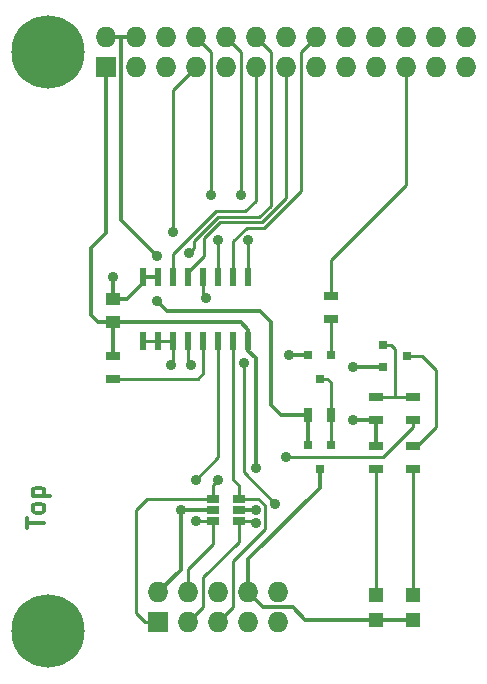
<source format=gtl>
G04 #@! TF.FileFunction,Copper,L1,Top,Signal*
%FSLAX46Y46*%
G04 Gerber Fmt 4.6, Leading zero omitted, Abs format (unit mm)*
G04 Created by KiCad (PCBNEW 4.0.5) date 04/15/17 13:19:52*
%MOMM*%
%LPD*%
G01*
G04 APERTURE LIST*
%ADD10C,0.100000*%
%ADD11C,0.300000*%
%ADD12R,1.727200X1.727200*%
%ADD13O,1.727200X1.727200*%
%ADD14R,1.300000X0.700000*%
%ADD15C,6.200000*%
%ADD16R,0.800100X0.800100*%
%ADD17R,0.600000X1.500000*%
%ADD18R,1.198880X1.198880*%
%ADD19R,0.700000X1.300000*%
%ADD20R,1.250000X1.000000*%
%ADD21R,1.060000X0.650000*%
%ADD22C,0.889000*%
%ADD23C,0.304800*%
%ADD24C,0.254000*%
G04 APERTURE END LIST*
D10*
D11*
X30678571Y-65785714D02*
X30678571Y-64928571D01*
X32178571Y-65357142D02*
X30678571Y-65357142D01*
X32178571Y-64214285D02*
X32107143Y-64357143D01*
X32035714Y-64428571D01*
X31892857Y-64500000D01*
X31464286Y-64500000D01*
X31321429Y-64428571D01*
X31250000Y-64357143D01*
X31178571Y-64214285D01*
X31178571Y-64000000D01*
X31250000Y-63857143D01*
X31321429Y-63785714D01*
X31464286Y-63714285D01*
X31892857Y-63714285D01*
X32035714Y-63785714D01*
X32107143Y-63857143D01*
X32178571Y-64000000D01*
X32178571Y-64214285D01*
X31178571Y-63071428D02*
X32678571Y-63071428D01*
X31250000Y-63071428D02*
X31178571Y-62928571D01*
X31178571Y-62642857D01*
X31250000Y-62500000D01*
X31321429Y-62428571D01*
X31464286Y-62357142D01*
X31892857Y-62357142D01*
X32035714Y-62428571D01*
X32107143Y-62500000D01*
X32178571Y-62642857D01*
X32178571Y-62928571D01*
X32107143Y-63071428D01*
D12*
X41815000Y-73760000D03*
D13*
X41815000Y-71220000D03*
X44355000Y-73760000D03*
X44355000Y-71220000D03*
X46895000Y-73760000D03*
X46895000Y-71220000D03*
X49435000Y-73760000D03*
X49435000Y-71220000D03*
X51975000Y-73760000D03*
X51975000Y-71220000D03*
D14*
X63405000Y-56615000D03*
X63405000Y-54715000D03*
D15*
X32500000Y-74500000D03*
D16*
X56420000Y-51154000D03*
X54520000Y-51154000D03*
X55470000Y-53152980D03*
X56420000Y-58774000D03*
X54520000Y-58774000D03*
X55470000Y-60772980D03*
D17*
X49435000Y-44550000D03*
X48165000Y-44550000D03*
X46895000Y-44550000D03*
X45625000Y-44550000D03*
X44355000Y-44550000D03*
X43085000Y-44550000D03*
X41815000Y-44550000D03*
X40545000Y-44550000D03*
X40545000Y-49950000D03*
X41815000Y-49950000D03*
X43085000Y-49950000D03*
X44355000Y-49950000D03*
X45625000Y-49950000D03*
X46895000Y-49950000D03*
X48165000Y-49950000D03*
X49435000Y-49950000D03*
D14*
X56420000Y-48040000D03*
X56420000Y-46140000D03*
D16*
X60865000Y-50270000D03*
X60865000Y-52170000D03*
X62863980Y-51220000D03*
D18*
X60230000Y-73539020D03*
X60230000Y-71440980D03*
X63405000Y-73539020D03*
X63405000Y-71440980D03*
D12*
X37370000Y-26770000D03*
D13*
X37370000Y-24230000D03*
X39910000Y-26770000D03*
X39910000Y-24230000D03*
X42450000Y-26770000D03*
X42450000Y-24230000D03*
X44990000Y-26770000D03*
X44990000Y-24230000D03*
X47530000Y-26770000D03*
X47530000Y-24230000D03*
X50070000Y-26770000D03*
X50070000Y-24230000D03*
X52610000Y-26770000D03*
X52610000Y-24230000D03*
X55150000Y-26770000D03*
X55150000Y-24230000D03*
X57690000Y-26770000D03*
X57690000Y-24230000D03*
X60230000Y-26770000D03*
X60230000Y-24230000D03*
X62770000Y-26770000D03*
X62770000Y-24230000D03*
X65310000Y-26770000D03*
X65310000Y-24230000D03*
X67850000Y-26770000D03*
X67850000Y-24230000D03*
D19*
X56415000Y-56234000D03*
X54515000Y-56234000D03*
D14*
X60230000Y-60740000D03*
X60230000Y-58840000D03*
X38005000Y-51220000D03*
X38005000Y-53120000D03*
X60230000Y-54715000D03*
X60230000Y-56615000D03*
X63405000Y-60740000D03*
X63405000Y-58840000D03*
D20*
X38005000Y-48360000D03*
X38005000Y-46360000D03*
D15*
X32500000Y-25500000D03*
D21*
X46430000Y-63285000D03*
X46430000Y-64235000D03*
X46430000Y-65185000D03*
X48630000Y-65185000D03*
X48630000Y-63285000D03*
X48630000Y-64235000D03*
D22*
X50071313Y-60681935D03*
X50070000Y-64235000D03*
X52894832Y-51154000D03*
X58325000Y-52170000D03*
X58325000Y-56615000D03*
X43720000Y-64235000D03*
X38005000Y-44550000D03*
X46264380Y-37565380D03*
X46895000Y-41375000D03*
X48804380Y-37565380D03*
X49435000Y-41375000D03*
X42888831Y-51952407D03*
X43053044Y-40748634D03*
X44567017Y-51982482D03*
X44405452Y-42469854D03*
X52603118Y-59791841D03*
X46895000Y-61695000D03*
X51721000Y-63727000D03*
X45819380Y-46292575D03*
X49053579Y-51788579D03*
X50070000Y-65378000D03*
X44993551Y-65183722D03*
X44990000Y-61695000D03*
X41700000Y-42780000D03*
X41700000Y-46590000D03*
D23*
X36104380Y-42025620D02*
X37370000Y-40760000D01*
X36104380Y-47724620D02*
X36104380Y-42025620D01*
X36739760Y-48360000D02*
X36104380Y-47724620D01*
X38005000Y-48360000D02*
X36739760Y-48360000D01*
X38005000Y-48360000D02*
X37825917Y-48360000D01*
X37370000Y-40760000D02*
X37370000Y-26770000D01*
X49435000Y-49950000D02*
X49435000Y-50776668D01*
X49435000Y-50776668D02*
X50071313Y-51412981D01*
X50071313Y-51412981D02*
X50071313Y-60681935D01*
X38005000Y-48360000D02*
X48826754Y-48360000D01*
X48826754Y-48360000D02*
X49435000Y-48968246D01*
X49435000Y-48968246D02*
X49435000Y-49950000D01*
X48630000Y-64235000D02*
X50070000Y-64235000D01*
X38005000Y-51220000D02*
X38005000Y-48360000D01*
X43720000Y-64235000D02*
X43720000Y-69315000D01*
X43720000Y-69315000D02*
X41815000Y-71220000D01*
X60865000Y-52170000D02*
X58325000Y-52170000D01*
X60230000Y-56615000D02*
X58325000Y-56615000D01*
X54520000Y-51154000D02*
X52894832Y-51154000D01*
X46430000Y-64235000D02*
X43720000Y-64235000D01*
X38005000Y-46360000D02*
X38005000Y-44550000D01*
X39720000Y-45820000D02*
X39725000Y-45820000D01*
X39725000Y-45820000D02*
X40545000Y-45000000D01*
X40545000Y-45000000D02*
X40545000Y-44550000D01*
X39180000Y-46360000D02*
X39720000Y-45820000D01*
X38005000Y-46360000D02*
X39180000Y-46360000D01*
X60230000Y-58840000D02*
X60230000Y-56615000D01*
X41815000Y-44550000D02*
X40545000Y-44550000D01*
D24*
X56420000Y-51154000D02*
X56420000Y-48040000D01*
X55470000Y-53152980D02*
X56124050Y-53152980D01*
X56124050Y-53152980D02*
X56415000Y-53443930D01*
X56415000Y-53443930D02*
X56415000Y-56234000D01*
X56420000Y-56229000D02*
X56415000Y-56234000D01*
X56415000Y-56234000D02*
X56415000Y-58769000D01*
X56415000Y-58769000D02*
X56420000Y-58774000D01*
D23*
X49435000Y-71220000D02*
X49435000Y-68426380D01*
X55470000Y-60772980D02*
X55470000Y-62391380D01*
X55470000Y-62391380D02*
X49435000Y-68426380D01*
X63405000Y-73539020D02*
X60230000Y-73539020D01*
X49435000Y-71220000D02*
X50716959Y-72501959D01*
X50716959Y-72501959D02*
X53232164Y-72501959D01*
X53232164Y-72501959D02*
X54269225Y-73539020D01*
X54269225Y-73539020D02*
X60230000Y-73539020D01*
D24*
X60230000Y-54715000D02*
X61881000Y-54715000D01*
X61881000Y-54715000D02*
X63405000Y-54715000D01*
X61595251Y-50360251D02*
X61881000Y-50646000D01*
X61881000Y-50646000D02*
X61881000Y-54715000D01*
X60865000Y-50270000D02*
X61519050Y-50270000D01*
X61519050Y-50270000D02*
X61595251Y-50346201D01*
X61595251Y-50346201D02*
X61595251Y-50360251D01*
X63405000Y-58840000D02*
X63705000Y-58840000D01*
X63705000Y-58840000D02*
X65295000Y-57250000D01*
X65295000Y-57250000D02*
X65295000Y-52405000D01*
X65295000Y-52405000D02*
X64110000Y-51220000D01*
X64110000Y-51220000D02*
X62863980Y-51220000D01*
X63405000Y-58840000D02*
X63105000Y-58840000D01*
X60230000Y-60740000D02*
X60230000Y-71440980D01*
X63405000Y-71440980D02*
X63405000Y-60740000D01*
X56420000Y-46140000D02*
X56420000Y-43123000D01*
X56420000Y-43123000D02*
X62770000Y-36773000D01*
X62770000Y-36773000D02*
X62770000Y-26770000D01*
X46255056Y-25495056D02*
X46255056Y-37556056D01*
X46255056Y-37556056D02*
X46264380Y-37565380D01*
X44990000Y-24230000D02*
X46255056Y-25495056D01*
X46895000Y-41375000D02*
X46895000Y-44550000D01*
X48804380Y-37565380D02*
X48804380Y-36936763D01*
X48804380Y-36936763D02*
X48799127Y-36931510D01*
X48799127Y-36931510D02*
X48798490Y-36931510D01*
X47530000Y-24230000D02*
X48798490Y-25498490D01*
X48798490Y-25498490D02*
X48798490Y-36931510D01*
X49435000Y-44550000D02*
X49435000Y-41375000D01*
X43053044Y-40748634D02*
X43053044Y-28706956D01*
X43053044Y-28706956D02*
X44990000Y-26770000D01*
X43085000Y-51756238D02*
X42888831Y-51952407D01*
X43085000Y-49950000D02*
X43085000Y-51756238D01*
X40545000Y-49950000D02*
X41815000Y-49950000D01*
X43085000Y-49950000D02*
X41815000Y-49950000D01*
X44405452Y-42469854D02*
X44849951Y-42025355D01*
X44849951Y-42025355D02*
X44849951Y-41456432D01*
X44849951Y-41456432D02*
X46865582Y-39440801D01*
X46865582Y-39440801D02*
X50386519Y-39440801D01*
X50386519Y-39440801D02*
X51340380Y-38486940D01*
X51340380Y-38486940D02*
X51340380Y-25500380D01*
X51340380Y-25500380D02*
X50070000Y-24230000D01*
X44355000Y-51770465D02*
X44567017Y-51982482D01*
X44355000Y-49950000D02*
X44355000Y-51770465D01*
X50070000Y-26770000D02*
X50070000Y-38090082D01*
X50070000Y-38090082D02*
X49185380Y-38974702D01*
X49185380Y-38974702D02*
X46685088Y-38974702D01*
X46685088Y-38974702D02*
X43085000Y-42574790D01*
X43085000Y-42574790D02*
X43085000Y-44550000D01*
X50575901Y-39898012D02*
X52610000Y-37863913D01*
X52610000Y-37863913D02*
X52610000Y-26770000D01*
X44355000Y-44550000D02*
X44355000Y-44100000D01*
X44355000Y-44100000D02*
X45718171Y-42736829D01*
X45718171Y-42736829D02*
X45718171Y-41234805D01*
X45718171Y-41234805D02*
X47054964Y-39898012D01*
X47054964Y-39898012D02*
X50575901Y-39898012D01*
X48165000Y-44550000D02*
X48165000Y-41498440D01*
X48165000Y-41498440D02*
X49308217Y-40355223D01*
X49308217Y-40355223D02*
X50765281Y-40355223D01*
X50765281Y-40355223D02*
X53887647Y-37232857D01*
X53887647Y-37232857D02*
X53887647Y-25492353D01*
X53887647Y-25492353D02*
X55150000Y-24230000D01*
X46430000Y-63285000D02*
X40860000Y-63285000D01*
X40860000Y-63285000D02*
X39910000Y-64235000D01*
X39910000Y-64235000D02*
X39910000Y-72972600D01*
X39910000Y-72972600D02*
X40697400Y-73760000D01*
X40697400Y-73760000D02*
X41815000Y-73760000D01*
X60832159Y-59791841D02*
X52603118Y-59791841D01*
X63405000Y-57219000D02*
X60832159Y-59791841D01*
X63405000Y-56615000D02*
X63405000Y-57219000D01*
X46430000Y-63285000D02*
X46430000Y-62160000D01*
X46430000Y-62160000D02*
X46895000Y-61695000D01*
X63405000Y-56615000D02*
X63705000Y-56615000D01*
X48630000Y-65185000D02*
X48630000Y-66947288D01*
X48630000Y-66947288D02*
X45626908Y-69950380D01*
X45626908Y-69950380D02*
X45626908Y-72488092D01*
X45626908Y-72488092D02*
X44355000Y-73760000D01*
X45625000Y-46098195D02*
X45819380Y-46292575D01*
X45625000Y-44550000D02*
X45625000Y-46098195D01*
X51721000Y-63727000D02*
X49053579Y-61059579D01*
X49053579Y-61059579D02*
X49053579Y-51788579D01*
X48630000Y-65185000D02*
X49877000Y-65185000D01*
X49877000Y-65185000D02*
X50070000Y-65378000D01*
X44994829Y-65185000D02*
X44993551Y-65183722D01*
X46430000Y-65185000D02*
X44994829Y-65185000D01*
X46430000Y-65185000D02*
X46430000Y-67151418D01*
X46430000Y-67151418D02*
X44355000Y-69226418D01*
X44355000Y-69226418D02*
X44355000Y-71220000D01*
X44990000Y-61695000D02*
X46895000Y-59790000D01*
X46895000Y-59790000D02*
X46895000Y-49950000D01*
X46260000Y-65355000D02*
X46430000Y-65185000D01*
X46895000Y-73760000D02*
X48170603Y-72484397D01*
X48170603Y-72484397D02*
X48170603Y-68550957D01*
X48170603Y-68550957D02*
X50844702Y-65876858D01*
X50844702Y-65876858D02*
X50844702Y-63863142D01*
X50844702Y-63863142D02*
X50266560Y-63285000D01*
X50266560Y-63285000D02*
X48630000Y-63285000D01*
X48165000Y-61695000D02*
X48630000Y-62160000D01*
X48630000Y-62160000D02*
X48630000Y-63285000D01*
X48165000Y-49950000D02*
X48165000Y-61695000D01*
X38005000Y-53120000D02*
X45159514Y-53120000D01*
X45159514Y-53120000D02*
X45625000Y-52654514D01*
X45625000Y-52654514D02*
X45625000Y-49950000D01*
D23*
X38640000Y-24230000D02*
X38647197Y-24237197D01*
X38647197Y-24237197D02*
X38647197Y-39727197D01*
X38647197Y-39727197D02*
X41700000Y-42780000D01*
X54515000Y-56234000D02*
X52228620Y-56234000D01*
X52228620Y-56234000D02*
X51340000Y-55345380D01*
X51340000Y-55345380D02*
X51340000Y-48360000D01*
X51340000Y-48360000D02*
X50415271Y-47435271D01*
X50415271Y-47435271D02*
X42528416Y-47435271D01*
X42528416Y-47435271D02*
X42528416Y-47418416D01*
X42528416Y-47418416D02*
X41700000Y-46590000D01*
X38640000Y-24230000D02*
X37370000Y-24230000D01*
X39910000Y-24230000D02*
X38640000Y-24230000D01*
X54520000Y-58774000D02*
X54520000Y-56239000D01*
X54520000Y-56239000D02*
X54515000Y-56234000D01*
M02*

</source>
